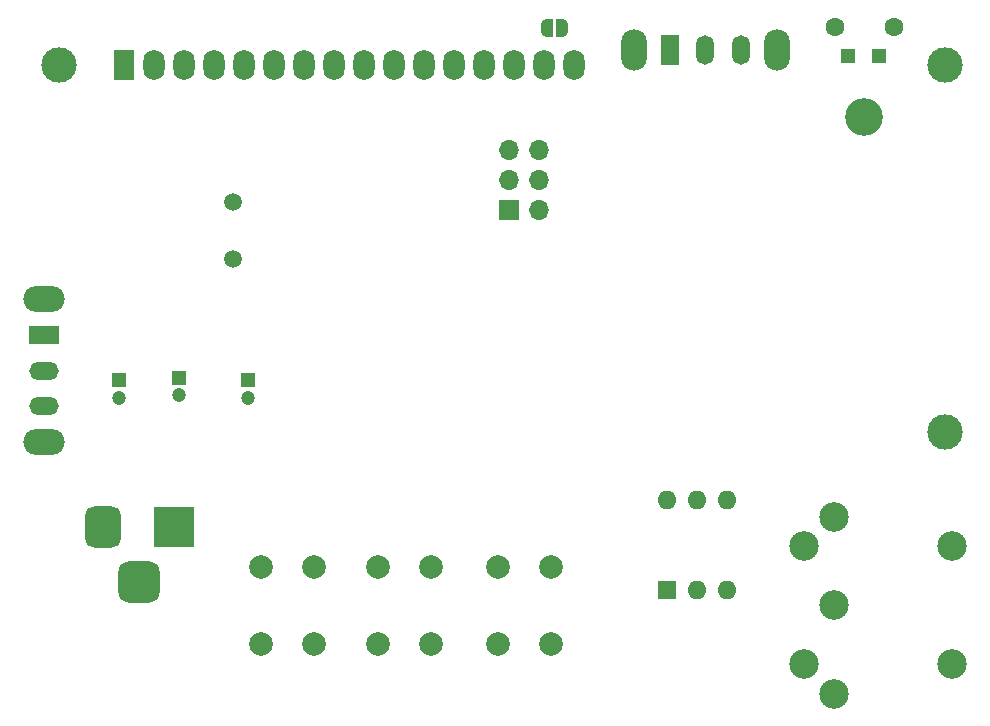
<source format=gbr>
%TF.GenerationSoftware,KiCad,Pcbnew,7.0.7-7.0.7~ubuntu22.04.1*%
%TF.CreationDate,2023-10-02T16:43:57+02:00*%
%TF.ProjectId,interrupter,696e7465-7272-4757-9074-65722e6b6963,rev?*%
%TF.SameCoordinates,Original*%
%TF.FileFunction,Soldermask,Bot*%
%TF.FilePolarity,Negative*%
%FSLAX46Y46*%
G04 Gerber Fmt 4.6, Leading zero omitted, Abs format (unit mm)*
G04 Created by KiCad (PCBNEW 7.0.7-7.0.7~ubuntu22.04.1) date 2023-10-02 16:43:57*
%MOMM*%
%LPD*%
G01*
G04 APERTURE LIST*
G04 Aperture macros list*
%AMRoundRect*
0 Rectangle with rounded corners*
0 $1 Rounding radius*
0 $2 $3 $4 $5 $6 $7 $8 $9 X,Y pos of 4 corners*
0 Add a 4 corners polygon primitive as box body*
4,1,4,$2,$3,$4,$5,$6,$7,$8,$9,$2,$3,0*
0 Add four circle primitives for the rounded corners*
1,1,$1+$1,$2,$3*
1,1,$1+$1,$4,$5*
1,1,$1+$1,$6,$7*
1,1,$1+$1,$8,$9*
0 Add four rect primitives between the rounded corners*
20,1,$1+$1,$2,$3,$4,$5,0*
20,1,$1+$1,$4,$5,$6,$7,0*
20,1,$1+$1,$6,$7,$8,$9,0*
20,1,$1+$1,$8,$9,$2,$3,0*%
%AMFreePoly0*
4,1,19,0.500000,-0.750000,0.000000,-0.750000,0.000000,-0.744911,-0.071157,-0.744911,-0.207708,-0.704816,-0.327430,-0.627875,-0.420627,-0.520320,-0.479746,-0.390866,-0.500000,-0.250000,-0.500000,0.250000,-0.479746,0.390866,-0.420627,0.520320,-0.327430,0.627875,-0.207708,0.704816,-0.071157,0.744911,0.000000,0.744911,0.000000,0.750000,0.500000,0.750000,0.500000,-0.750000,0.500000,-0.750000,
$1*%
%AMFreePoly1*
4,1,19,0.000000,0.744911,0.071157,0.744911,0.207708,0.704816,0.327430,0.627875,0.420627,0.520320,0.479746,0.390866,0.500000,0.250000,0.500000,-0.250000,0.479746,-0.390866,0.420627,-0.520320,0.327430,-0.627875,0.207708,-0.704816,0.071157,-0.744911,0.000000,-0.744911,0.000000,-0.750000,-0.500000,-0.750000,-0.500000,0.750000,0.000000,0.750000,0.000000,0.744911,0.000000,0.744911,
$1*%
G04 Aperture macros list end*
%ADD10C,3.000000*%
%ADD11R,1.800000X2.600000*%
%ADD12O,1.800000X2.600000*%
%ADD13C,1.500000*%
%ADD14O,1.600000X1.600000*%
%ADD15R,1.600000X1.600000*%
%ADD16R,1.208000X1.208000*%
%ADD17C,1.600000*%
%ADD18C,3.200000*%
%ADD19C,2.000000*%
%ADD20O,2.200000X3.500000*%
%ADD21R,1.500000X2.500000*%
%ADD22O,1.500000X2.500000*%
%ADD23O,3.500000X2.200000*%
%ADD24R,2.500000X1.500000*%
%ADD25O,2.500000X1.500000*%
%ADD26C,2.500000*%
%ADD27R,1.700000X1.700000*%
%ADD28O,1.700000X1.700000*%
%ADD29RoundRect,0.875000X-0.875000X-0.875000X0.875000X-0.875000X0.875000X0.875000X-0.875000X0.875000X0*%
%ADD30RoundRect,0.750000X-0.750000X-1.000000X0.750000X-1.000000X0.750000X1.000000X-0.750000X1.000000X0*%
%ADD31R,3.500000X3.500000*%
%ADD32R,1.200000X1.200000*%
%ADD33C,1.200000*%
%ADD34FreePoly0,0.000000*%
%ADD35FreePoly1,0.000000*%
G04 APERTURE END LIST*
D10*
%TO.C,DS1*%
X26670000Y-30480000D03*
X101668580Y-61480700D03*
X101669100Y-30480000D03*
D11*
X32169100Y-30480000D03*
D12*
X34709100Y-30480000D03*
X37249100Y-30480000D03*
X39789100Y-30480000D03*
X42329100Y-30480000D03*
X44869100Y-30480000D03*
X47409100Y-30480000D03*
X49949100Y-30480000D03*
X52489100Y-30480000D03*
X55029100Y-30480000D03*
X57569100Y-30480000D03*
X60109100Y-30480000D03*
X62649100Y-30480000D03*
X65189100Y-30480000D03*
X67729100Y-30480000D03*
X70269100Y-30480000D03*
%TD*%
D13*
%TO.C,Y1*%
X41365000Y-46900000D03*
X41365000Y-42020000D03*
%TD*%
D14*
%TO.C,U5*%
X78120000Y-67300000D03*
X80660000Y-67300000D03*
X83200000Y-67300000D03*
X83200000Y-74920000D03*
X80660000Y-74920000D03*
D15*
X78120000Y-74920000D03*
%TD*%
D16*
%TO.C,U3*%
X93442000Y-29718000D03*
X96042000Y-29718000D03*
D17*
X92342000Y-27218000D03*
X97342000Y-27218000D03*
D18*
X94842000Y-34818000D03*
%TD*%
D19*
%TO.C,SW5*%
X68290000Y-72950000D03*
X68290000Y-79450000D03*
X63790000Y-79450000D03*
X63790000Y-72950000D03*
%TD*%
%TO.C,SW4*%
X58130000Y-72950000D03*
X58130000Y-79450000D03*
X53630000Y-79450000D03*
X53630000Y-72950000D03*
%TD*%
%TO.C,SW3*%
X43760000Y-72950000D03*
X43760000Y-79450000D03*
X48260000Y-79450000D03*
X48260000Y-72950000D03*
%TD*%
D20*
%TO.C,SW2*%
X75332500Y-29210000D03*
X87432500Y-29210000D03*
D21*
X78382500Y-29210000D03*
D22*
X81382500Y-29210000D03*
X84382500Y-29210000D03*
%TD*%
D23*
%TO.C,SW1*%
X25400000Y-50290000D03*
X25400000Y-62390000D03*
D24*
X25400000Y-53340000D03*
D25*
X25400000Y-56340000D03*
X25400000Y-59340000D03*
%TD*%
D26*
%TO.C,J4*%
X102250000Y-81200000D03*
X102250000Y-71200000D03*
X89750000Y-81200000D03*
X92250000Y-68700000D03*
X92250000Y-76200000D03*
X89750000Y-71200000D03*
X92250000Y-83700000D03*
%TD*%
D27*
%TO.C,J3*%
X64750000Y-42700000D03*
D28*
X67290000Y-42700000D03*
X64750000Y-40160000D03*
X67290000Y-40160000D03*
X64750000Y-37620000D03*
X67290000Y-37620000D03*
%TD*%
D29*
%TO.C,J1*%
X33400000Y-74227500D03*
D30*
X30400000Y-69527500D03*
D31*
X36400000Y-69527500D03*
%TD*%
D32*
%TO.C,C3*%
X42672000Y-57150000D03*
D33*
X42672000Y-58650000D03*
%TD*%
D32*
%TO.C,C2*%
X36830000Y-56920000D03*
D33*
X36830000Y-58420000D03*
%TD*%
D32*
%TO.C,C1*%
X31750000Y-57150000D03*
D33*
X31750000Y-58650000D03*
%TD*%
D34*
%TO.C,JP1*%
X67930000Y-27305000D03*
D35*
X69230000Y-27305000D03*
%TD*%
M02*

</source>
